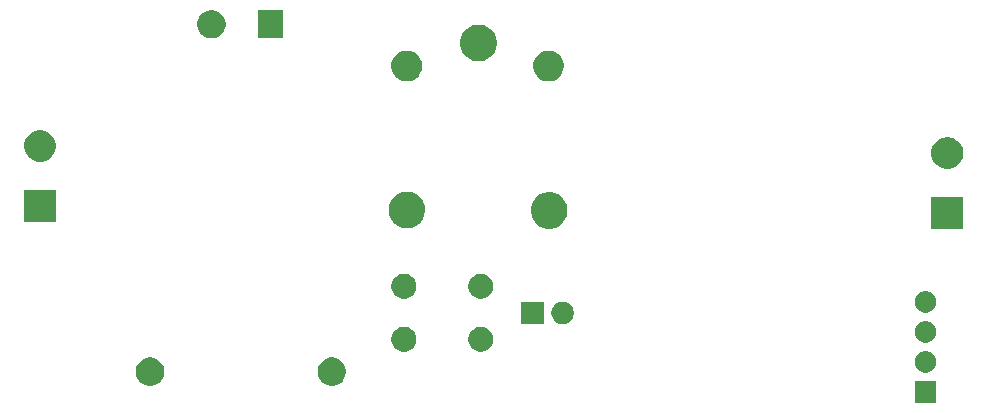
<source format=gbr>
G04 #@! TF.GenerationSoftware,KiCad,Pcbnew,5.1.5+dfsg1-2build2*
G04 #@! TF.CreationDate,2021-03-10T23:59:30+01:00*
G04 #@! TF.ProjectId,iotOnOff,696f744f-6e4f-4666-962e-6b696361645f,rev?*
G04 #@! TF.SameCoordinates,Original*
G04 #@! TF.FileFunction,Soldermask,Bot*
G04 #@! TF.FilePolarity,Negative*
%FSLAX46Y46*%
G04 Gerber Fmt 4.6, Leading zero omitted, Abs format (unit mm)*
G04 Created by KiCad (PCBNEW 5.1.5+dfsg1-2build2) date 2021-03-10 23:59:30*
%MOMM*%
%LPD*%
G04 APERTURE LIST*
%ADD10C,0.100000*%
G04 APERTURE END LIST*
D10*
G36*
X179463000Y-108851000D02*
G01*
X177661000Y-108851000D01*
X177661000Y-107049000D01*
X179463000Y-107049000D01*
X179463000Y-108851000D01*
G37*
G36*
X128650318Y-105070153D02*
G01*
X128836298Y-105147189D01*
X128868887Y-105160688D01*
X129065593Y-105292122D01*
X129232878Y-105459407D01*
X129364312Y-105656113D01*
X129364313Y-105656115D01*
X129454847Y-105874682D01*
X129501000Y-106106710D01*
X129501000Y-106343290D01*
X129454847Y-106575318D01*
X129364313Y-106793885D01*
X129364312Y-106793887D01*
X129232878Y-106990593D01*
X129065593Y-107157878D01*
X128868887Y-107289312D01*
X128868886Y-107289313D01*
X128868885Y-107289313D01*
X128650318Y-107379847D01*
X128418290Y-107426000D01*
X128181710Y-107426000D01*
X127949682Y-107379847D01*
X127731115Y-107289313D01*
X127731114Y-107289313D01*
X127731113Y-107289312D01*
X127534407Y-107157878D01*
X127367122Y-106990593D01*
X127235688Y-106793887D01*
X127235687Y-106793885D01*
X127145153Y-106575318D01*
X127099000Y-106343290D01*
X127099000Y-106106710D01*
X127145153Y-105874682D01*
X127235687Y-105656115D01*
X127235688Y-105656113D01*
X127367122Y-105459407D01*
X127534407Y-105292122D01*
X127731113Y-105160688D01*
X127763702Y-105147189D01*
X127949682Y-105070153D01*
X128181710Y-105024000D01*
X128418290Y-105024000D01*
X128650318Y-105070153D01*
G37*
G36*
X113250318Y-105070153D02*
G01*
X113436298Y-105147189D01*
X113468887Y-105160688D01*
X113665593Y-105292122D01*
X113832878Y-105459407D01*
X113964312Y-105656113D01*
X113964313Y-105656115D01*
X114054847Y-105874682D01*
X114101000Y-106106710D01*
X114101000Y-106343290D01*
X114054847Y-106575318D01*
X113964313Y-106793885D01*
X113964312Y-106793887D01*
X113832878Y-106990593D01*
X113665593Y-107157878D01*
X113468887Y-107289312D01*
X113468886Y-107289313D01*
X113468885Y-107289313D01*
X113250318Y-107379847D01*
X113018290Y-107426000D01*
X112781710Y-107426000D01*
X112549682Y-107379847D01*
X112331115Y-107289313D01*
X112331114Y-107289313D01*
X112331113Y-107289312D01*
X112134407Y-107157878D01*
X111967122Y-106990593D01*
X111835688Y-106793887D01*
X111835687Y-106793885D01*
X111745153Y-106575318D01*
X111699000Y-106343290D01*
X111699000Y-106106710D01*
X111745153Y-105874682D01*
X111835687Y-105656115D01*
X111835688Y-105656113D01*
X111967122Y-105459407D01*
X112134407Y-105292122D01*
X112331113Y-105160688D01*
X112363702Y-105147189D01*
X112549682Y-105070153D01*
X112781710Y-105024000D01*
X113018290Y-105024000D01*
X113250318Y-105070153D01*
G37*
G36*
X178675512Y-104513927D02*
G01*
X178824812Y-104543624D01*
X178988784Y-104611544D01*
X179136354Y-104710147D01*
X179261853Y-104835646D01*
X179360456Y-104983216D01*
X179428376Y-105147188D01*
X179463000Y-105321259D01*
X179463000Y-105498741D01*
X179428376Y-105672812D01*
X179360456Y-105836784D01*
X179261853Y-105984354D01*
X179136354Y-106109853D01*
X178988784Y-106208456D01*
X178824812Y-106276376D01*
X178675512Y-106306073D01*
X178650742Y-106311000D01*
X178473258Y-106311000D01*
X178448488Y-106306073D01*
X178299188Y-106276376D01*
X178135216Y-106208456D01*
X177987646Y-106109853D01*
X177862147Y-105984354D01*
X177763544Y-105836784D01*
X177695624Y-105672812D01*
X177661000Y-105498741D01*
X177661000Y-105321259D01*
X177695624Y-105147188D01*
X177763544Y-104983216D01*
X177862147Y-104835646D01*
X177987646Y-104710147D01*
X178135216Y-104611544D01*
X178299188Y-104543624D01*
X178448488Y-104513927D01*
X178473258Y-104509000D01*
X178650742Y-104509000D01*
X178675512Y-104513927D01*
G37*
G36*
X141206564Y-102489389D02*
G01*
X141397833Y-102568615D01*
X141397835Y-102568616D01*
X141569973Y-102683635D01*
X141716365Y-102830027D01*
X141802370Y-102958742D01*
X141831385Y-103002167D01*
X141910611Y-103193436D01*
X141951000Y-103396484D01*
X141951000Y-103603516D01*
X141910611Y-103806564D01*
X141831385Y-103997833D01*
X141831384Y-103997835D01*
X141716365Y-104169973D01*
X141569973Y-104316365D01*
X141397835Y-104431384D01*
X141397834Y-104431385D01*
X141397833Y-104431385D01*
X141206564Y-104510611D01*
X141003516Y-104551000D01*
X140796484Y-104551000D01*
X140593436Y-104510611D01*
X140402167Y-104431385D01*
X140402166Y-104431385D01*
X140402165Y-104431384D01*
X140230027Y-104316365D01*
X140083635Y-104169973D01*
X139968616Y-103997835D01*
X139968615Y-103997833D01*
X139889389Y-103806564D01*
X139849000Y-103603516D01*
X139849000Y-103396484D01*
X139889389Y-103193436D01*
X139968615Y-103002167D01*
X139997631Y-102958742D01*
X140083635Y-102830027D01*
X140230027Y-102683635D01*
X140402165Y-102568616D01*
X140402167Y-102568615D01*
X140593436Y-102489389D01*
X140796484Y-102449000D01*
X141003516Y-102449000D01*
X141206564Y-102489389D01*
G37*
G36*
X134706564Y-102489389D02*
G01*
X134897833Y-102568615D01*
X134897835Y-102568616D01*
X135069973Y-102683635D01*
X135216365Y-102830027D01*
X135302370Y-102958742D01*
X135331385Y-103002167D01*
X135410611Y-103193436D01*
X135451000Y-103396484D01*
X135451000Y-103603516D01*
X135410611Y-103806564D01*
X135331385Y-103997833D01*
X135331384Y-103997835D01*
X135216365Y-104169973D01*
X135069973Y-104316365D01*
X134897835Y-104431384D01*
X134897834Y-104431385D01*
X134897833Y-104431385D01*
X134706564Y-104510611D01*
X134503516Y-104551000D01*
X134296484Y-104551000D01*
X134093436Y-104510611D01*
X133902167Y-104431385D01*
X133902166Y-104431385D01*
X133902165Y-104431384D01*
X133730027Y-104316365D01*
X133583635Y-104169973D01*
X133468616Y-103997835D01*
X133468615Y-103997833D01*
X133389389Y-103806564D01*
X133349000Y-103603516D01*
X133349000Y-103396484D01*
X133389389Y-103193436D01*
X133468615Y-103002167D01*
X133497631Y-102958742D01*
X133583635Y-102830027D01*
X133730027Y-102683635D01*
X133902165Y-102568616D01*
X133902167Y-102568615D01*
X134093436Y-102489389D01*
X134296484Y-102449000D01*
X134503516Y-102449000D01*
X134706564Y-102489389D01*
G37*
G36*
X178675512Y-101973927D02*
G01*
X178824812Y-102003624D01*
X178988784Y-102071544D01*
X179136354Y-102170147D01*
X179261853Y-102295646D01*
X179360456Y-102443216D01*
X179428376Y-102607188D01*
X179463000Y-102781259D01*
X179463000Y-102958741D01*
X179428376Y-103132812D01*
X179360456Y-103296784D01*
X179261853Y-103444354D01*
X179136354Y-103569853D01*
X178988784Y-103668456D01*
X178824812Y-103736376D01*
X178675512Y-103766073D01*
X178650742Y-103771000D01*
X178473258Y-103771000D01*
X178448488Y-103766073D01*
X178299188Y-103736376D01*
X178135216Y-103668456D01*
X177987646Y-103569853D01*
X177862147Y-103444354D01*
X177763544Y-103296784D01*
X177695624Y-103132812D01*
X177661000Y-102958741D01*
X177661000Y-102781259D01*
X177695624Y-102607188D01*
X177763544Y-102443216D01*
X177862147Y-102295646D01*
X177987646Y-102170147D01*
X178135216Y-102071544D01*
X178299188Y-102003624D01*
X178448488Y-101973927D01*
X178473258Y-101969000D01*
X178650742Y-101969000D01*
X178675512Y-101973927D01*
G37*
G36*
X148117395Y-100335546D02*
G01*
X148290466Y-100407234D01*
X148290467Y-100407235D01*
X148446227Y-100511310D01*
X148578690Y-100643773D01*
X148578691Y-100643775D01*
X148682766Y-100799534D01*
X148754454Y-100972605D01*
X148791000Y-101156333D01*
X148791000Y-101343667D01*
X148754454Y-101527395D01*
X148682766Y-101700466D01*
X148682765Y-101700467D01*
X148578690Y-101856227D01*
X148446227Y-101988690D01*
X148423875Y-102003625D01*
X148290466Y-102092766D01*
X148117395Y-102164454D01*
X147933667Y-102201000D01*
X147746333Y-102201000D01*
X147562605Y-102164454D01*
X147389534Y-102092766D01*
X147256125Y-102003625D01*
X147233773Y-101988690D01*
X147101310Y-101856227D01*
X146997235Y-101700467D01*
X146997234Y-101700466D01*
X146925546Y-101527395D01*
X146889000Y-101343667D01*
X146889000Y-101156333D01*
X146925546Y-100972605D01*
X146997234Y-100799534D01*
X147101309Y-100643775D01*
X147101310Y-100643773D01*
X147233773Y-100511310D01*
X147389533Y-100407235D01*
X147389534Y-100407234D01*
X147562605Y-100335546D01*
X147746333Y-100299000D01*
X147933667Y-100299000D01*
X148117395Y-100335546D01*
G37*
G36*
X146251000Y-102201000D02*
G01*
X144349000Y-102201000D01*
X144349000Y-100299000D01*
X146251000Y-100299000D01*
X146251000Y-102201000D01*
G37*
G36*
X178675512Y-99433927D02*
G01*
X178824812Y-99463624D01*
X178988784Y-99531544D01*
X179136354Y-99630147D01*
X179261853Y-99755646D01*
X179360456Y-99903216D01*
X179428376Y-100067188D01*
X179463000Y-100241259D01*
X179463000Y-100418741D01*
X179428376Y-100592812D01*
X179360456Y-100756784D01*
X179261853Y-100904354D01*
X179136354Y-101029853D01*
X178988784Y-101128456D01*
X178824812Y-101196376D01*
X178675512Y-101226073D01*
X178650742Y-101231000D01*
X178473258Y-101231000D01*
X178448488Y-101226073D01*
X178299188Y-101196376D01*
X178135216Y-101128456D01*
X177987646Y-101029853D01*
X177862147Y-100904354D01*
X177763544Y-100756784D01*
X177695624Y-100592812D01*
X177661000Y-100418741D01*
X177661000Y-100241259D01*
X177695624Y-100067188D01*
X177763544Y-99903216D01*
X177862147Y-99755646D01*
X177987646Y-99630147D01*
X178135216Y-99531544D01*
X178299188Y-99463624D01*
X178448488Y-99433927D01*
X178473258Y-99429000D01*
X178650742Y-99429000D01*
X178675512Y-99433927D01*
G37*
G36*
X141206564Y-97989389D02*
G01*
X141397833Y-98068615D01*
X141397835Y-98068616D01*
X141569973Y-98183635D01*
X141716365Y-98330027D01*
X141831385Y-98502167D01*
X141910611Y-98693436D01*
X141951000Y-98896484D01*
X141951000Y-99103516D01*
X141910611Y-99306564D01*
X141859896Y-99429000D01*
X141831384Y-99497835D01*
X141716365Y-99669973D01*
X141569973Y-99816365D01*
X141397835Y-99931384D01*
X141397834Y-99931385D01*
X141397833Y-99931385D01*
X141206564Y-100010611D01*
X141003516Y-100051000D01*
X140796484Y-100051000D01*
X140593436Y-100010611D01*
X140402167Y-99931385D01*
X140402166Y-99931385D01*
X140402165Y-99931384D01*
X140230027Y-99816365D01*
X140083635Y-99669973D01*
X139968616Y-99497835D01*
X139940104Y-99429000D01*
X139889389Y-99306564D01*
X139849000Y-99103516D01*
X139849000Y-98896484D01*
X139889389Y-98693436D01*
X139968615Y-98502167D01*
X140083635Y-98330027D01*
X140230027Y-98183635D01*
X140402165Y-98068616D01*
X140402167Y-98068615D01*
X140593436Y-97989389D01*
X140796484Y-97949000D01*
X141003516Y-97949000D01*
X141206564Y-97989389D01*
G37*
G36*
X134706564Y-97989389D02*
G01*
X134897833Y-98068615D01*
X134897835Y-98068616D01*
X135069973Y-98183635D01*
X135216365Y-98330027D01*
X135331385Y-98502167D01*
X135410611Y-98693436D01*
X135451000Y-98896484D01*
X135451000Y-99103516D01*
X135410611Y-99306564D01*
X135359896Y-99429000D01*
X135331384Y-99497835D01*
X135216365Y-99669973D01*
X135069973Y-99816365D01*
X134897835Y-99931384D01*
X134897834Y-99931385D01*
X134897833Y-99931385D01*
X134706564Y-100010611D01*
X134503516Y-100051000D01*
X134296484Y-100051000D01*
X134093436Y-100010611D01*
X133902167Y-99931385D01*
X133902166Y-99931385D01*
X133902165Y-99931384D01*
X133730027Y-99816365D01*
X133583635Y-99669973D01*
X133468616Y-99497835D01*
X133440104Y-99429000D01*
X133389389Y-99306564D01*
X133349000Y-99103516D01*
X133349000Y-98896484D01*
X133389389Y-98693436D01*
X133468615Y-98502167D01*
X133583635Y-98330027D01*
X133730027Y-98183635D01*
X133902165Y-98068616D01*
X133902167Y-98068615D01*
X134093436Y-97989389D01*
X134296484Y-97949000D01*
X134503516Y-97949000D01*
X134706564Y-97989389D01*
G37*
G36*
X146901043Y-91058604D02*
G01*
X147152410Y-91108604D01*
X147434674Y-91225521D01*
X147688705Y-91395259D01*
X147904741Y-91611295D01*
X148074479Y-91865326D01*
X148191396Y-92147590D01*
X148191396Y-92147591D01*
X148241055Y-92397240D01*
X148251000Y-92447240D01*
X148251000Y-92752760D01*
X148191396Y-93052410D01*
X148074479Y-93334674D01*
X147904741Y-93588705D01*
X147688705Y-93804741D01*
X147434674Y-93974479D01*
X147152410Y-94091396D01*
X147104127Y-94101000D01*
X146852761Y-94151000D01*
X146547239Y-94151000D01*
X146295873Y-94101000D01*
X146247590Y-94091396D01*
X145965326Y-93974479D01*
X145711295Y-93804741D01*
X145495259Y-93588705D01*
X145325521Y-93334674D01*
X145208604Y-93052410D01*
X145149000Y-92752760D01*
X145149000Y-92447240D01*
X145158946Y-92397240D01*
X145208604Y-92147591D01*
X145208604Y-92147590D01*
X145325521Y-91865326D01*
X145495259Y-91611295D01*
X145711295Y-91395259D01*
X145965326Y-91225521D01*
X146247590Y-91108604D01*
X146498957Y-91058604D01*
X146547239Y-91049000D01*
X146852761Y-91049000D01*
X146901043Y-91058604D01*
G37*
G36*
X181751000Y-94151000D02*
G01*
X179049000Y-94151000D01*
X179049000Y-91449000D01*
X181751000Y-91449000D01*
X181751000Y-94151000D01*
G37*
G36*
X134952585Y-91028802D02*
G01*
X135102410Y-91058604D01*
X135384674Y-91175521D01*
X135638705Y-91345259D01*
X135854741Y-91561295D01*
X136024479Y-91815326D01*
X136141396Y-92097590D01*
X136151342Y-92147591D01*
X136201000Y-92397239D01*
X136201000Y-92702761D01*
X136191054Y-92752761D01*
X136141396Y-93002410D01*
X136024479Y-93284674D01*
X135854741Y-93538705D01*
X135638705Y-93754741D01*
X135384674Y-93924479D01*
X135102410Y-94041396D01*
X134952585Y-94071198D01*
X134802761Y-94101000D01*
X134497239Y-94101000D01*
X134347415Y-94071198D01*
X134197590Y-94041396D01*
X133915326Y-93924479D01*
X133661295Y-93754741D01*
X133445259Y-93538705D01*
X133275521Y-93284674D01*
X133158604Y-93002410D01*
X133108946Y-92752761D01*
X133099000Y-92702761D01*
X133099000Y-92397239D01*
X133148658Y-92147591D01*
X133158604Y-92097590D01*
X133275521Y-91815326D01*
X133445259Y-91561295D01*
X133661295Y-91345259D01*
X133915326Y-91175521D01*
X134197590Y-91058604D01*
X134347415Y-91028802D01*
X134497239Y-90999000D01*
X134802761Y-90999000D01*
X134952585Y-91028802D01*
G37*
G36*
X104946000Y-93551000D02*
G01*
X102244000Y-93551000D01*
X102244000Y-90849000D01*
X104946000Y-90849000D01*
X104946000Y-93551000D01*
G37*
G36*
X180794072Y-86420918D02*
G01*
X180936862Y-86480063D01*
X181039939Y-86522759D01*
X181151328Y-86597187D01*
X181261211Y-86670609D01*
X181449391Y-86858789D01*
X181597242Y-87080063D01*
X181699082Y-87325928D01*
X181751000Y-87586937D01*
X181751000Y-87853063D01*
X181699082Y-88114072D01*
X181597241Y-88359939D01*
X181449390Y-88581212D01*
X181261212Y-88769390D01*
X181039939Y-88917241D01*
X181039938Y-88917242D01*
X181039937Y-88917242D01*
X180794072Y-89019082D01*
X180533063Y-89071000D01*
X180266937Y-89071000D01*
X180005928Y-89019082D01*
X179760063Y-88917242D01*
X179760062Y-88917242D01*
X179760061Y-88917241D01*
X179538788Y-88769390D01*
X179350610Y-88581212D01*
X179202759Y-88359939D01*
X179100918Y-88114072D01*
X179049000Y-87853063D01*
X179049000Y-87586937D01*
X179100918Y-87325928D01*
X179202758Y-87080063D01*
X179350609Y-86858789D01*
X179538789Y-86670609D01*
X179648672Y-86597187D01*
X179760061Y-86522759D01*
X179863139Y-86480063D01*
X180005928Y-86420918D01*
X180266937Y-86369000D01*
X180533063Y-86369000D01*
X180794072Y-86420918D01*
G37*
G36*
X103989072Y-85820918D02*
G01*
X104234939Y-85922759D01*
X104456212Y-86070610D01*
X104644390Y-86258788D01*
X104752723Y-86420918D01*
X104792242Y-86480063D01*
X104894082Y-86725928D01*
X104946000Y-86986937D01*
X104946000Y-87253063D01*
X104894082Y-87514072D01*
X104863901Y-87586937D01*
X104792241Y-87759939D01*
X104644390Y-87981212D01*
X104456212Y-88169390D01*
X104234939Y-88317241D01*
X104234938Y-88317242D01*
X104234937Y-88317242D01*
X103989072Y-88419082D01*
X103728063Y-88471000D01*
X103461937Y-88471000D01*
X103200928Y-88419082D01*
X102955063Y-88317242D01*
X102955062Y-88317242D01*
X102955061Y-88317241D01*
X102733788Y-88169390D01*
X102545610Y-87981212D01*
X102397759Y-87759939D01*
X102326100Y-87586937D01*
X102295918Y-87514072D01*
X102244000Y-87253063D01*
X102244000Y-86986937D01*
X102295918Y-86725928D01*
X102397758Y-86480063D01*
X102437278Y-86420918D01*
X102545610Y-86258788D01*
X102733788Y-86070610D01*
X102955061Y-85922759D01*
X103200928Y-85820918D01*
X103461937Y-85769000D01*
X103728063Y-85769000D01*
X103989072Y-85820918D01*
G37*
G36*
X147029487Y-79098996D02*
G01*
X147266253Y-79197068D01*
X147266255Y-79197069D01*
X147479339Y-79339447D01*
X147660553Y-79520661D01*
X147802932Y-79733747D01*
X147901004Y-79970513D01*
X147951000Y-80221861D01*
X147951000Y-80478139D01*
X147901004Y-80729487D01*
X147802932Y-80966253D01*
X147802931Y-80966255D01*
X147660553Y-81179339D01*
X147479339Y-81360553D01*
X147266255Y-81502931D01*
X147266254Y-81502932D01*
X147266253Y-81502932D01*
X147029487Y-81601004D01*
X146778139Y-81651000D01*
X146521861Y-81651000D01*
X146270513Y-81601004D01*
X146033747Y-81502932D01*
X146033746Y-81502932D01*
X146033745Y-81502931D01*
X145820661Y-81360553D01*
X145639447Y-81179339D01*
X145497069Y-80966255D01*
X145497068Y-80966253D01*
X145398996Y-80729487D01*
X145349000Y-80478139D01*
X145349000Y-80221861D01*
X145398996Y-79970513D01*
X145497068Y-79733747D01*
X145639447Y-79520661D01*
X145820661Y-79339447D01*
X146033745Y-79197069D01*
X146033747Y-79197068D01*
X146270513Y-79098996D01*
X146521861Y-79049000D01*
X146778139Y-79049000D01*
X147029487Y-79098996D01*
G37*
G36*
X135029487Y-79098996D02*
G01*
X135266253Y-79197068D01*
X135266255Y-79197069D01*
X135479339Y-79339447D01*
X135660553Y-79520661D01*
X135802932Y-79733747D01*
X135901004Y-79970513D01*
X135951000Y-80221861D01*
X135951000Y-80478139D01*
X135901004Y-80729487D01*
X135802932Y-80966253D01*
X135802931Y-80966255D01*
X135660553Y-81179339D01*
X135479339Y-81360553D01*
X135266255Y-81502931D01*
X135266254Y-81502932D01*
X135266253Y-81502932D01*
X135029487Y-81601004D01*
X134778139Y-81651000D01*
X134521861Y-81651000D01*
X134270513Y-81601004D01*
X134033747Y-81502932D01*
X134033746Y-81502932D01*
X134033745Y-81502931D01*
X133820661Y-81360553D01*
X133639447Y-81179339D01*
X133497069Y-80966255D01*
X133497068Y-80966253D01*
X133398996Y-80729487D01*
X133349000Y-80478139D01*
X133349000Y-80221861D01*
X133398996Y-79970513D01*
X133497068Y-79733747D01*
X133639447Y-79520661D01*
X133820661Y-79339447D01*
X134033745Y-79197069D01*
X134033747Y-79197068D01*
X134270513Y-79098996D01*
X134521861Y-79049000D01*
X134778139Y-79049000D01*
X135029487Y-79098996D01*
G37*
G36*
X141002585Y-76878802D02*
G01*
X141152410Y-76908604D01*
X141434674Y-77025521D01*
X141688705Y-77195259D01*
X141904741Y-77411295D01*
X142074479Y-77665326D01*
X142191396Y-77947590D01*
X142251000Y-78247240D01*
X142251000Y-78552760D01*
X142191396Y-78852410D01*
X142074479Y-79134674D01*
X141904741Y-79388705D01*
X141688705Y-79604741D01*
X141434674Y-79774479D01*
X141152410Y-79891396D01*
X141002585Y-79921198D01*
X140852761Y-79951000D01*
X140547239Y-79951000D01*
X140397415Y-79921198D01*
X140247590Y-79891396D01*
X139965326Y-79774479D01*
X139711295Y-79604741D01*
X139495259Y-79388705D01*
X139325521Y-79134674D01*
X139208604Y-78852410D01*
X139149000Y-78552760D01*
X139149000Y-78247240D01*
X139208604Y-77947590D01*
X139325521Y-77665326D01*
X139495259Y-77411295D01*
X139711295Y-77195259D01*
X139965326Y-77025521D01*
X140247590Y-76908604D01*
X140397415Y-76878802D01*
X140547239Y-76849000D01*
X140852761Y-76849000D01*
X141002585Y-76878802D01*
G37*
G36*
X118450318Y-75670153D02*
G01*
X118668885Y-75760687D01*
X118668887Y-75760688D01*
X118865593Y-75892122D01*
X119032878Y-76059407D01*
X119164312Y-76256113D01*
X119164313Y-76256115D01*
X119254847Y-76474682D01*
X119301000Y-76706710D01*
X119301000Y-76943290D01*
X119254847Y-77175318D01*
X119164313Y-77393885D01*
X119164312Y-77393887D01*
X119032878Y-77590593D01*
X118865593Y-77757878D01*
X118668887Y-77889312D01*
X118668886Y-77889313D01*
X118668885Y-77889313D01*
X118450318Y-77979847D01*
X118218290Y-78026000D01*
X117981710Y-78026000D01*
X117749682Y-77979847D01*
X117531115Y-77889313D01*
X117531114Y-77889313D01*
X117531113Y-77889312D01*
X117334407Y-77757878D01*
X117167122Y-77590593D01*
X117035688Y-77393887D01*
X117035687Y-77393885D01*
X116945153Y-77175318D01*
X116899000Y-76943290D01*
X116899000Y-76706710D01*
X116945153Y-76474682D01*
X117035687Y-76256115D01*
X117035688Y-76256113D01*
X117167122Y-76059407D01*
X117334407Y-75892122D01*
X117531113Y-75760688D01*
X117531115Y-75760687D01*
X117749682Y-75670153D01*
X117981710Y-75624000D01*
X118218290Y-75624000D01*
X118450318Y-75670153D01*
G37*
G36*
X124151000Y-78026000D02*
G01*
X122049000Y-78026000D01*
X122049000Y-75624000D01*
X124151000Y-75624000D01*
X124151000Y-78026000D01*
G37*
M02*

</source>
